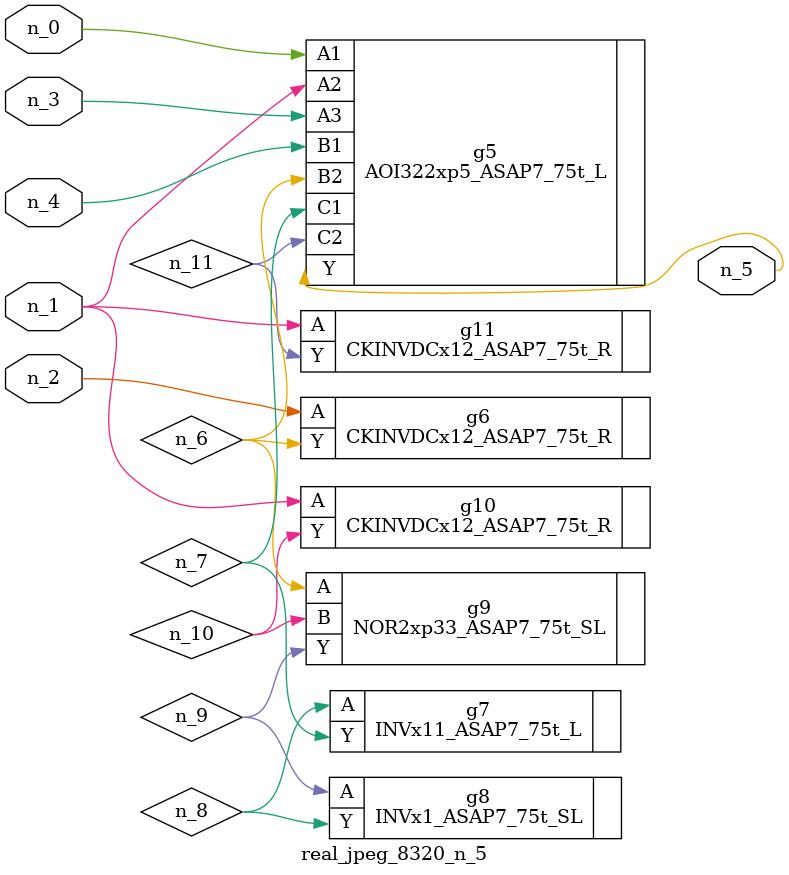
<source format=v>
module real_jpeg_8320_n_5 (n_4, n_0, n_1, n_2, n_3, n_5);

input n_4;
input n_0;
input n_1;
input n_2;
input n_3;

output n_5;

wire n_8;
wire n_11;
wire n_6;
wire n_7;
wire n_10;
wire n_9;

AOI322xp5_ASAP7_75t_L g5 ( 
.A1(n_0),
.A2(n_1),
.A3(n_3),
.B1(n_4),
.B2(n_6),
.C1(n_7),
.C2(n_11),
.Y(n_5)
);

CKINVDCx12_ASAP7_75t_R g10 ( 
.A(n_1),
.Y(n_10)
);

CKINVDCx12_ASAP7_75t_R g11 ( 
.A(n_1),
.Y(n_11)
);

CKINVDCx12_ASAP7_75t_R g6 ( 
.A(n_2),
.Y(n_6)
);

NOR2xp33_ASAP7_75t_SL g9 ( 
.A(n_6),
.B(n_10),
.Y(n_9)
);

INVx11_ASAP7_75t_L g7 ( 
.A(n_8),
.Y(n_7)
);

INVx1_ASAP7_75t_SL g8 ( 
.A(n_9),
.Y(n_8)
);


endmodule
</source>
